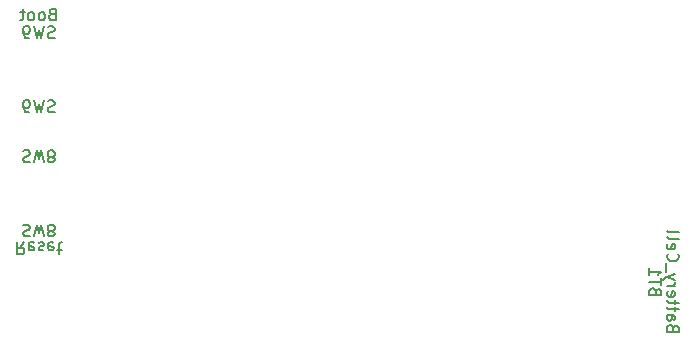
<source format=gbr>
G04 #@! TF.GenerationSoftware,KiCad,Pcbnew,8.0.4*
G04 #@! TF.CreationDate,2025-04-22T11:47:14+02:00*
G04 #@! TF.ProjectId,MarvinProjekt,4d617276-696e-4507-926f-6a656b742e6b,rev?*
G04 #@! TF.SameCoordinates,Original*
G04 #@! TF.FileFunction,AssemblyDrawing,Bot*
%FSLAX46Y46*%
G04 Gerber Fmt 4.6, Leading zero omitted, Abs format (unit mm)*
G04 Created by KiCad (PCBNEW 8.0.4) date 2025-04-22 11:47:14*
%MOMM*%
%LPD*%
G01*
G04 APERTURE LIST*
%ADD10C,0.150000*%
G04 APERTURE END LIST*
D10*
X156518990Y-133204763D02*
X156471371Y-133061906D01*
X156471371Y-133061906D02*
X156423752Y-133014287D01*
X156423752Y-133014287D02*
X156328514Y-132966668D01*
X156328514Y-132966668D02*
X156185657Y-132966668D01*
X156185657Y-132966668D02*
X156090419Y-133014287D01*
X156090419Y-133014287D02*
X156042800Y-133061906D01*
X156042800Y-133061906D02*
X155995180Y-133157144D01*
X155995180Y-133157144D02*
X155995180Y-133538096D01*
X155995180Y-133538096D02*
X156995180Y-133538096D01*
X156995180Y-133538096D02*
X156995180Y-133204763D01*
X156995180Y-133204763D02*
X156947561Y-133109525D01*
X156947561Y-133109525D02*
X156899942Y-133061906D01*
X156899942Y-133061906D02*
X156804704Y-133014287D01*
X156804704Y-133014287D02*
X156709466Y-133014287D01*
X156709466Y-133014287D02*
X156614228Y-133061906D01*
X156614228Y-133061906D02*
X156566609Y-133109525D01*
X156566609Y-133109525D02*
X156518990Y-133204763D01*
X156518990Y-133204763D02*
X156518990Y-133538096D01*
X155995180Y-132109525D02*
X156518990Y-132109525D01*
X156518990Y-132109525D02*
X156614228Y-132157144D01*
X156614228Y-132157144D02*
X156661847Y-132252382D01*
X156661847Y-132252382D02*
X156661847Y-132442858D01*
X156661847Y-132442858D02*
X156614228Y-132538096D01*
X156042800Y-132109525D02*
X155995180Y-132204763D01*
X155995180Y-132204763D02*
X155995180Y-132442858D01*
X155995180Y-132442858D02*
X156042800Y-132538096D01*
X156042800Y-132538096D02*
X156138038Y-132585715D01*
X156138038Y-132585715D02*
X156233276Y-132585715D01*
X156233276Y-132585715D02*
X156328514Y-132538096D01*
X156328514Y-132538096D02*
X156376133Y-132442858D01*
X156376133Y-132442858D02*
X156376133Y-132204763D01*
X156376133Y-132204763D02*
X156423752Y-132109525D01*
X156661847Y-131776191D02*
X156661847Y-131395239D01*
X156995180Y-131633334D02*
X156138038Y-131633334D01*
X156138038Y-131633334D02*
X156042800Y-131585715D01*
X156042800Y-131585715D02*
X155995180Y-131490477D01*
X155995180Y-131490477D02*
X155995180Y-131395239D01*
X156661847Y-131204762D02*
X156661847Y-130823810D01*
X156995180Y-131061905D02*
X156138038Y-131061905D01*
X156138038Y-131061905D02*
X156042800Y-131014286D01*
X156042800Y-131014286D02*
X155995180Y-130919048D01*
X155995180Y-130919048D02*
X155995180Y-130823810D01*
X156042800Y-130109524D02*
X155995180Y-130204762D01*
X155995180Y-130204762D02*
X155995180Y-130395238D01*
X155995180Y-130395238D02*
X156042800Y-130490476D01*
X156042800Y-130490476D02*
X156138038Y-130538095D01*
X156138038Y-130538095D02*
X156518990Y-130538095D01*
X156518990Y-130538095D02*
X156614228Y-130490476D01*
X156614228Y-130490476D02*
X156661847Y-130395238D01*
X156661847Y-130395238D02*
X156661847Y-130204762D01*
X156661847Y-130204762D02*
X156614228Y-130109524D01*
X156614228Y-130109524D02*
X156518990Y-130061905D01*
X156518990Y-130061905D02*
X156423752Y-130061905D01*
X156423752Y-130061905D02*
X156328514Y-130538095D01*
X155995180Y-129633333D02*
X156661847Y-129633333D01*
X156471371Y-129633333D02*
X156566609Y-129585714D01*
X156566609Y-129585714D02*
X156614228Y-129538095D01*
X156614228Y-129538095D02*
X156661847Y-129442857D01*
X156661847Y-129442857D02*
X156661847Y-129347619D01*
X156661847Y-129109523D02*
X155995180Y-128871428D01*
X156661847Y-128633333D02*
X155995180Y-128871428D01*
X155995180Y-128871428D02*
X155757085Y-128966666D01*
X155757085Y-128966666D02*
X155709466Y-129014285D01*
X155709466Y-129014285D02*
X155661847Y-129109523D01*
X155899942Y-128490476D02*
X155899942Y-127728571D01*
X156090419Y-126919047D02*
X156042800Y-126966666D01*
X156042800Y-126966666D02*
X155995180Y-127109523D01*
X155995180Y-127109523D02*
X155995180Y-127204761D01*
X155995180Y-127204761D02*
X156042800Y-127347618D01*
X156042800Y-127347618D02*
X156138038Y-127442856D01*
X156138038Y-127442856D02*
X156233276Y-127490475D01*
X156233276Y-127490475D02*
X156423752Y-127538094D01*
X156423752Y-127538094D02*
X156566609Y-127538094D01*
X156566609Y-127538094D02*
X156757085Y-127490475D01*
X156757085Y-127490475D02*
X156852323Y-127442856D01*
X156852323Y-127442856D02*
X156947561Y-127347618D01*
X156947561Y-127347618D02*
X156995180Y-127204761D01*
X156995180Y-127204761D02*
X156995180Y-127109523D01*
X156995180Y-127109523D02*
X156947561Y-126966666D01*
X156947561Y-126966666D02*
X156899942Y-126919047D01*
X156042800Y-126109523D02*
X155995180Y-126204761D01*
X155995180Y-126204761D02*
X155995180Y-126395237D01*
X155995180Y-126395237D02*
X156042800Y-126490475D01*
X156042800Y-126490475D02*
X156138038Y-126538094D01*
X156138038Y-126538094D02*
X156518990Y-126538094D01*
X156518990Y-126538094D02*
X156614228Y-126490475D01*
X156614228Y-126490475D02*
X156661847Y-126395237D01*
X156661847Y-126395237D02*
X156661847Y-126204761D01*
X156661847Y-126204761D02*
X156614228Y-126109523D01*
X156614228Y-126109523D02*
X156518990Y-126061904D01*
X156518990Y-126061904D02*
X156423752Y-126061904D01*
X156423752Y-126061904D02*
X156328514Y-126538094D01*
X155995180Y-125490475D02*
X156042800Y-125585713D01*
X156042800Y-125585713D02*
X156138038Y-125633332D01*
X156138038Y-125633332D02*
X156995180Y-125633332D01*
X155995180Y-124966665D02*
X156042800Y-125061903D01*
X156042800Y-125061903D02*
X156138038Y-125109522D01*
X156138038Y-125109522D02*
X156995180Y-125109522D01*
X155018990Y-130085714D02*
X154971371Y-129942857D01*
X154971371Y-129942857D02*
X154923752Y-129895238D01*
X154923752Y-129895238D02*
X154828514Y-129847619D01*
X154828514Y-129847619D02*
X154685657Y-129847619D01*
X154685657Y-129847619D02*
X154590419Y-129895238D01*
X154590419Y-129895238D02*
X154542800Y-129942857D01*
X154542800Y-129942857D02*
X154495180Y-130038095D01*
X154495180Y-130038095D02*
X154495180Y-130419047D01*
X154495180Y-130419047D02*
X155495180Y-130419047D01*
X155495180Y-130419047D02*
X155495180Y-130085714D01*
X155495180Y-130085714D02*
X155447561Y-129990476D01*
X155447561Y-129990476D02*
X155399942Y-129942857D01*
X155399942Y-129942857D02*
X155304704Y-129895238D01*
X155304704Y-129895238D02*
X155209466Y-129895238D01*
X155209466Y-129895238D02*
X155114228Y-129942857D01*
X155114228Y-129942857D02*
X155066609Y-129990476D01*
X155066609Y-129990476D02*
X155018990Y-130085714D01*
X155018990Y-130085714D02*
X155018990Y-130419047D01*
X155495180Y-129561904D02*
X155495180Y-128990476D01*
X154495180Y-129276190D02*
X155495180Y-129276190D01*
X154495180Y-128133333D02*
X154495180Y-128704761D01*
X154495180Y-128419047D02*
X155495180Y-128419047D01*
X155495180Y-128419047D02*
X155352323Y-128514285D01*
X155352323Y-128514285D02*
X155257085Y-128609523D01*
X155257085Y-128609523D02*
X155209466Y-128704761D01*
X103919047Y-106631009D02*
X103776190Y-106678628D01*
X103776190Y-106678628D02*
X103728571Y-106726247D01*
X103728571Y-106726247D02*
X103680952Y-106821485D01*
X103680952Y-106821485D02*
X103680952Y-106964342D01*
X103680952Y-106964342D02*
X103728571Y-107059580D01*
X103728571Y-107059580D02*
X103776190Y-107107200D01*
X103776190Y-107107200D02*
X103871428Y-107154819D01*
X103871428Y-107154819D02*
X104252380Y-107154819D01*
X104252380Y-107154819D02*
X104252380Y-106154819D01*
X104252380Y-106154819D02*
X103919047Y-106154819D01*
X103919047Y-106154819D02*
X103823809Y-106202438D01*
X103823809Y-106202438D02*
X103776190Y-106250057D01*
X103776190Y-106250057D02*
X103728571Y-106345295D01*
X103728571Y-106345295D02*
X103728571Y-106440533D01*
X103728571Y-106440533D02*
X103776190Y-106535771D01*
X103776190Y-106535771D02*
X103823809Y-106583390D01*
X103823809Y-106583390D02*
X103919047Y-106631009D01*
X103919047Y-106631009D02*
X104252380Y-106631009D01*
X103109523Y-107154819D02*
X103204761Y-107107200D01*
X103204761Y-107107200D02*
X103252380Y-107059580D01*
X103252380Y-107059580D02*
X103299999Y-106964342D01*
X103299999Y-106964342D02*
X103299999Y-106678628D01*
X103299999Y-106678628D02*
X103252380Y-106583390D01*
X103252380Y-106583390D02*
X103204761Y-106535771D01*
X103204761Y-106535771D02*
X103109523Y-106488152D01*
X103109523Y-106488152D02*
X102966666Y-106488152D01*
X102966666Y-106488152D02*
X102871428Y-106535771D01*
X102871428Y-106535771D02*
X102823809Y-106583390D01*
X102823809Y-106583390D02*
X102776190Y-106678628D01*
X102776190Y-106678628D02*
X102776190Y-106964342D01*
X102776190Y-106964342D02*
X102823809Y-107059580D01*
X102823809Y-107059580D02*
X102871428Y-107107200D01*
X102871428Y-107107200D02*
X102966666Y-107154819D01*
X102966666Y-107154819D02*
X103109523Y-107154819D01*
X102204761Y-107154819D02*
X102299999Y-107107200D01*
X102299999Y-107107200D02*
X102347618Y-107059580D01*
X102347618Y-107059580D02*
X102395237Y-106964342D01*
X102395237Y-106964342D02*
X102395237Y-106678628D01*
X102395237Y-106678628D02*
X102347618Y-106583390D01*
X102347618Y-106583390D02*
X102299999Y-106535771D01*
X102299999Y-106535771D02*
X102204761Y-106488152D01*
X102204761Y-106488152D02*
X102061904Y-106488152D01*
X102061904Y-106488152D02*
X101966666Y-106535771D01*
X101966666Y-106535771D02*
X101919047Y-106583390D01*
X101919047Y-106583390D02*
X101871428Y-106678628D01*
X101871428Y-106678628D02*
X101871428Y-106964342D01*
X101871428Y-106964342D02*
X101919047Y-107059580D01*
X101919047Y-107059580D02*
X101966666Y-107107200D01*
X101966666Y-107107200D02*
X102061904Y-107154819D01*
X102061904Y-107154819D02*
X102204761Y-107154819D01*
X101585713Y-106488152D02*
X101204761Y-106488152D01*
X101442856Y-106154819D02*
X101442856Y-107011961D01*
X101442856Y-107011961D02*
X101395237Y-107107200D01*
X101395237Y-107107200D02*
X101299999Y-107154819D01*
X101299999Y-107154819D02*
X101204761Y-107154819D01*
X104133332Y-114886656D02*
X103990475Y-114934275D01*
X103990475Y-114934275D02*
X103752380Y-114934275D01*
X103752380Y-114934275D02*
X103657142Y-114886656D01*
X103657142Y-114886656D02*
X103609523Y-114839036D01*
X103609523Y-114839036D02*
X103561904Y-114743798D01*
X103561904Y-114743798D02*
X103561904Y-114648560D01*
X103561904Y-114648560D02*
X103609523Y-114553322D01*
X103609523Y-114553322D02*
X103657142Y-114505703D01*
X103657142Y-114505703D02*
X103752380Y-114458084D01*
X103752380Y-114458084D02*
X103942856Y-114410465D01*
X103942856Y-114410465D02*
X104038094Y-114362846D01*
X104038094Y-114362846D02*
X104085713Y-114315227D01*
X104085713Y-114315227D02*
X104133332Y-114219989D01*
X104133332Y-114219989D02*
X104133332Y-114124751D01*
X104133332Y-114124751D02*
X104085713Y-114029513D01*
X104085713Y-114029513D02*
X104038094Y-113981894D01*
X104038094Y-113981894D02*
X103942856Y-113934275D01*
X103942856Y-113934275D02*
X103704761Y-113934275D01*
X103704761Y-113934275D02*
X103561904Y-113981894D01*
X103228570Y-113934275D02*
X102990475Y-114934275D01*
X102990475Y-114934275D02*
X102799999Y-114219989D01*
X102799999Y-114219989D02*
X102609523Y-114934275D01*
X102609523Y-114934275D02*
X102371428Y-113934275D01*
X101942856Y-114934275D02*
X101752380Y-114934275D01*
X101752380Y-114934275D02*
X101657142Y-114886656D01*
X101657142Y-114886656D02*
X101609523Y-114839036D01*
X101609523Y-114839036D02*
X101514285Y-114696179D01*
X101514285Y-114696179D02*
X101466666Y-114505703D01*
X101466666Y-114505703D02*
X101466666Y-114124751D01*
X101466666Y-114124751D02*
X101514285Y-114029513D01*
X101514285Y-114029513D02*
X101561904Y-113981894D01*
X101561904Y-113981894D02*
X101657142Y-113934275D01*
X101657142Y-113934275D02*
X101847618Y-113934275D01*
X101847618Y-113934275D02*
X101942856Y-113981894D01*
X101942856Y-113981894D02*
X101990475Y-114029513D01*
X101990475Y-114029513D02*
X102038094Y-114124751D01*
X102038094Y-114124751D02*
X102038094Y-114362846D01*
X102038094Y-114362846D02*
X101990475Y-114458084D01*
X101990475Y-114458084D02*
X101942856Y-114505703D01*
X101942856Y-114505703D02*
X101847618Y-114553322D01*
X101847618Y-114553322D02*
X101657142Y-114553322D01*
X101657142Y-114553322D02*
X101561904Y-114505703D01*
X101561904Y-114505703D02*
X101514285Y-114458084D01*
X101514285Y-114458084D02*
X101466666Y-114362846D01*
X104133332Y-108607200D02*
X103990475Y-108654819D01*
X103990475Y-108654819D02*
X103752380Y-108654819D01*
X103752380Y-108654819D02*
X103657142Y-108607200D01*
X103657142Y-108607200D02*
X103609523Y-108559580D01*
X103609523Y-108559580D02*
X103561904Y-108464342D01*
X103561904Y-108464342D02*
X103561904Y-108369104D01*
X103561904Y-108369104D02*
X103609523Y-108273866D01*
X103609523Y-108273866D02*
X103657142Y-108226247D01*
X103657142Y-108226247D02*
X103752380Y-108178628D01*
X103752380Y-108178628D02*
X103942856Y-108131009D01*
X103942856Y-108131009D02*
X104038094Y-108083390D01*
X104038094Y-108083390D02*
X104085713Y-108035771D01*
X104085713Y-108035771D02*
X104133332Y-107940533D01*
X104133332Y-107940533D02*
X104133332Y-107845295D01*
X104133332Y-107845295D02*
X104085713Y-107750057D01*
X104085713Y-107750057D02*
X104038094Y-107702438D01*
X104038094Y-107702438D02*
X103942856Y-107654819D01*
X103942856Y-107654819D02*
X103704761Y-107654819D01*
X103704761Y-107654819D02*
X103561904Y-107702438D01*
X103228570Y-107654819D02*
X102990475Y-108654819D01*
X102990475Y-108654819D02*
X102799999Y-107940533D01*
X102799999Y-107940533D02*
X102609523Y-108654819D01*
X102609523Y-108654819D02*
X102371428Y-107654819D01*
X101942856Y-108654819D02*
X101752380Y-108654819D01*
X101752380Y-108654819D02*
X101657142Y-108607200D01*
X101657142Y-108607200D02*
X101609523Y-108559580D01*
X101609523Y-108559580D02*
X101514285Y-108416723D01*
X101514285Y-108416723D02*
X101466666Y-108226247D01*
X101466666Y-108226247D02*
X101466666Y-107845295D01*
X101466666Y-107845295D02*
X101514285Y-107750057D01*
X101514285Y-107750057D02*
X101561904Y-107702438D01*
X101561904Y-107702438D02*
X101657142Y-107654819D01*
X101657142Y-107654819D02*
X101847618Y-107654819D01*
X101847618Y-107654819D02*
X101942856Y-107702438D01*
X101942856Y-107702438D02*
X101990475Y-107750057D01*
X101990475Y-107750057D02*
X102038094Y-107845295D01*
X102038094Y-107845295D02*
X102038094Y-108083390D01*
X102038094Y-108083390D02*
X101990475Y-108178628D01*
X101990475Y-108178628D02*
X101942856Y-108226247D01*
X101942856Y-108226247D02*
X101847618Y-108273866D01*
X101847618Y-108273866D02*
X101657142Y-108273866D01*
X101657142Y-108273866D02*
X101561904Y-108226247D01*
X101561904Y-108226247D02*
X101514285Y-108178628D01*
X101514285Y-108178628D02*
X101466666Y-108083390D01*
X101561904Y-125945180D02*
X101228571Y-126421371D01*
X100990476Y-125945180D02*
X100990476Y-126945180D01*
X100990476Y-126945180D02*
X101371428Y-126945180D01*
X101371428Y-126945180D02*
X101466666Y-126897561D01*
X101466666Y-126897561D02*
X101514285Y-126849942D01*
X101514285Y-126849942D02*
X101561904Y-126754704D01*
X101561904Y-126754704D02*
X101561904Y-126611847D01*
X101561904Y-126611847D02*
X101514285Y-126516609D01*
X101514285Y-126516609D02*
X101466666Y-126468990D01*
X101466666Y-126468990D02*
X101371428Y-126421371D01*
X101371428Y-126421371D02*
X100990476Y-126421371D01*
X102371428Y-125992800D02*
X102276190Y-125945180D01*
X102276190Y-125945180D02*
X102085714Y-125945180D01*
X102085714Y-125945180D02*
X101990476Y-125992800D01*
X101990476Y-125992800D02*
X101942857Y-126088038D01*
X101942857Y-126088038D02*
X101942857Y-126468990D01*
X101942857Y-126468990D02*
X101990476Y-126564228D01*
X101990476Y-126564228D02*
X102085714Y-126611847D01*
X102085714Y-126611847D02*
X102276190Y-126611847D01*
X102276190Y-126611847D02*
X102371428Y-126564228D01*
X102371428Y-126564228D02*
X102419047Y-126468990D01*
X102419047Y-126468990D02*
X102419047Y-126373752D01*
X102419047Y-126373752D02*
X101942857Y-126278514D01*
X102800000Y-125992800D02*
X102895238Y-125945180D01*
X102895238Y-125945180D02*
X103085714Y-125945180D01*
X103085714Y-125945180D02*
X103180952Y-125992800D01*
X103180952Y-125992800D02*
X103228571Y-126088038D01*
X103228571Y-126088038D02*
X103228571Y-126135657D01*
X103228571Y-126135657D02*
X103180952Y-126230895D01*
X103180952Y-126230895D02*
X103085714Y-126278514D01*
X103085714Y-126278514D02*
X102942857Y-126278514D01*
X102942857Y-126278514D02*
X102847619Y-126326133D01*
X102847619Y-126326133D02*
X102800000Y-126421371D01*
X102800000Y-126421371D02*
X102800000Y-126468990D01*
X102800000Y-126468990D02*
X102847619Y-126564228D01*
X102847619Y-126564228D02*
X102942857Y-126611847D01*
X102942857Y-126611847D02*
X103085714Y-126611847D01*
X103085714Y-126611847D02*
X103180952Y-126564228D01*
X104038095Y-125992800D02*
X103942857Y-125945180D01*
X103942857Y-125945180D02*
X103752381Y-125945180D01*
X103752381Y-125945180D02*
X103657143Y-125992800D01*
X103657143Y-125992800D02*
X103609524Y-126088038D01*
X103609524Y-126088038D02*
X103609524Y-126468990D01*
X103609524Y-126468990D02*
X103657143Y-126564228D01*
X103657143Y-126564228D02*
X103752381Y-126611847D01*
X103752381Y-126611847D02*
X103942857Y-126611847D01*
X103942857Y-126611847D02*
X104038095Y-126564228D01*
X104038095Y-126564228D02*
X104085714Y-126468990D01*
X104085714Y-126468990D02*
X104085714Y-126373752D01*
X104085714Y-126373752D02*
X103609524Y-126278514D01*
X104371429Y-126611847D02*
X104752381Y-126611847D01*
X104514286Y-126945180D02*
X104514286Y-126088038D01*
X104514286Y-126088038D02*
X104561905Y-125992800D01*
X104561905Y-125992800D02*
X104657143Y-125945180D01*
X104657143Y-125945180D02*
X104752381Y-125945180D01*
X101466667Y-124492800D02*
X101609524Y-124445180D01*
X101609524Y-124445180D02*
X101847619Y-124445180D01*
X101847619Y-124445180D02*
X101942857Y-124492800D01*
X101942857Y-124492800D02*
X101990476Y-124540419D01*
X101990476Y-124540419D02*
X102038095Y-124635657D01*
X102038095Y-124635657D02*
X102038095Y-124730895D01*
X102038095Y-124730895D02*
X101990476Y-124826133D01*
X101990476Y-124826133D02*
X101942857Y-124873752D01*
X101942857Y-124873752D02*
X101847619Y-124921371D01*
X101847619Y-124921371D02*
X101657143Y-124968990D01*
X101657143Y-124968990D02*
X101561905Y-125016609D01*
X101561905Y-125016609D02*
X101514286Y-125064228D01*
X101514286Y-125064228D02*
X101466667Y-125159466D01*
X101466667Y-125159466D02*
X101466667Y-125254704D01*
X101466667Y-125254704D02*
X101514286Y-125349942D01*
X101514286Y-125349942D02*
X101561905Y-125397561D01*
X101561905Y-125397561D02*
X101657143Y-125445180D01*
X101657143Y-125445180D02*
X101895238Y-125445180D01*
X101895238Y-125445180D02*
X102038095Y-125397561D01*
X102371429Y-125445180D02*
X102609524Y-124445180D01*
X102609524Y-124445180D02*
X102800000Y-125159466D01*
X102800000Y-125159466D02*
X102990476Y-124445180D01*
X102990476Y-124445180D02*
X103228572Y-125445180D01*
X103752381Y-125016609D02*
X103657143Y-125064228D01*
X103657143Y-125064228D02*
X103609524Y-125111847D01*
X103609524Y-125111847D02*
X103561905Y-125207085D01*
X103561905Y-125207085D02*
X103561905Y-125254704D01*
X103561905Y-125254704D02*
X103609524Y-125349942D01*
X103609524Y-125349942D02*
X103657143Y-125397561D01*
X103657143Y-125397561D02*
X103752381Y-125445180D01*
X103752381Y-125445180D02*
X103942857Y-125445180D01*
X103942857Y-125445180D02*
X104038095Y-125397561D01*
X104038095Y-125397561D02*
X104085714Y-125349942D01*
X104085714Y-125349942D02*
X104133333Y-125254704D01*
X104133333Y-125254704D02*
X104133333Y-125207085D01*
X104133333Y-125207085D02*
X104085714Y-125111847D01*
X104085714Y-125111847D02*
X104038095Y-125064228D01*
X104038095Y-125064228D02*
X103942857Y-125016609D01*
X103942857Y-125016609D02*
X103752381Y-125016609D01*
X103752381Y-125016609D02*
X103657143Y-124968990D01*
X103657143Y-124968990D02*
X103609524Y-124921371D01*
X103609524Y-124921371D02*
X103561905Y-124826133D01*
X103561905Y-124826133D02*
X103561905Y-124635657D01*
X103561905Y-124635657D02*
X103609524Y-124540419D01*
X103609524Y-124540419D02*
X103657143Y-124492800D01*
X103657143Y-124492800D02*
X103752381Y-124445180D01*
X103752381Y-124445180D02*
X103942857Y-124445180D01*
X103942857Y-124445180D02*
X104038095Y-124492800D01*
X104038095Y-124492800D02*
X104085714Y-124540419D01*
X104085714Y-124540419D02*
X104133333Y-124635657D01*
X104133333Y-124635657D02*
X104133333Y-124826133D01*
X104133333Y-124826133D02*
X104085714Y-124921371D01*
X104085714Y-124921371D02*
X104038095Y-124968990D01*
X104038095Y-124968990D02*
X103942857Y-125016609D01*
X101466667Y-118213344D02*
X101609524Y-118165724D01*
X101609524Y-118165724D02*
X101847619Y-118165724D01*
X101847619Y-118165724D02*
X101942857Y-118213344D01*
X101942857Y-118213344D02*
X101990476Y-118260963D01*
X101990476Y-118260963D02*
X102038095Y-118356201D01*
X102038095Y-118356201D02*
X102038095Y-118451439D01*
X102038095Y-118451439D02*
X101990476Y-118546677D01*
X101990476Y-118546677D02*
X101942857Y-118594296D01*
X101942857Y-118594296D02*
X101847619Y-118641915D01*
X101847619Y-118641915D02*
X101657143Y-118689534D01*
X101657143Y-118689534D02*
X101561905Y-118737153D01*
X101561905Y-118737153D02*
X101514286Y-118784772D01*
X101514286Y-118784772D02*
X101466667Y-118880010D01*
X101466667Y-118880010D02*
X101466667Y-118975248D01*
X101466667Y-118975248D02*
X101514286Y-119070486D01*
X101514286Y-119070486D02*
X101561905Y-119118105D01*
X101561905Y-119118105D02*
X101657143Y-119165724D01*
X101657143Y-119165724D02*
X101895238Y-119165724D01*
X101895238Y-119165724D02*
X102038095Y-119118105D01*
X102371429Y-119165724D02*
X102609524Y-118165724D01*
X102609524Y-118165724D02*
X102800000Y-118880010D01*
X102800000Y-118880010D02*
X102990476Y-118165724D01*
X102990476Y-118165724D02*
X103228572Y-119165724D01*
X103752381Y-118737153D02*
X103657143Y-118784772D01*
X103657143Y-118784772D02*
X103609524Y-118832391D01*
X103609524Y-118832391D02*
X103561905Y-118927629D01*
X103561905Y-118927629D02*
X103561905Y-118975248D01*
X103561905Y-118975248D02*
X103609524Y-119070486D01*
X103609524Y-119070486D02*
X103657143Y-119118105D01*
X103657143Y-119118105D02*
X103752381Y-119165724D01*
X103752381Y-119165724D02*
X103942857Y-119165724D01*
X103942857Y-119165724D02*
X104038095Y-119118105D01*
X104038095Y-119118105D02*
X104085714Y-119070486D01*
X104085714Y-119070486D02*
X104133333Y-118975248D01*
X104133333Y-118975248D02*
X104133333Y-118927629D01*
X104133333Y-118927629D02*
X104085714Y-118832391D01*
X104085714Y-118832391D02*
X104038095Y-118784772D01*
X104038095Y-118784772D02*
X103942857Y-118737153D01*
X103942857Y-118737153D02*
X103752381Y-118737153D01*
X103752381Y-118737153D02*
X103657143Y-118689534D01*
X103657143Y-118689534D02*
X103609524Y-118641915D01*
X103609524Y-118641915D02*
X103561905Y-118546677D01*
X103561905Y-118546677D02*
X103561905Y-118356201D01*
X103561905Y-118356201D02*
X103609524Y-118260963D01*
X103609524Y-118260963D02*
X103657143Y-118213344D01*
X103657143Y-118213344D02*
X103752381Y-118165724D01*
X103752381Y-118165724D02*
X103942857Y-118165724D01*
X103942857Y-118165724D02*
X104038095Y-118213344D01*
X104038095Y-118213344D02*
X104085714Y-118260963D01*
X104085714Y-118260963D02*
X104133333Y-118356201D01*
X104133333Y-118356201D02*
X104133333Y-118546677D01*
X104133333Y-118546677D02*
X104085714Y-118641915D01*
X104085714Y-118641915D02*
X104038095Y-118689534D01*
X104038095Y-118689534D02*
X103942857Y-118737153D01*
M02*

</source>
